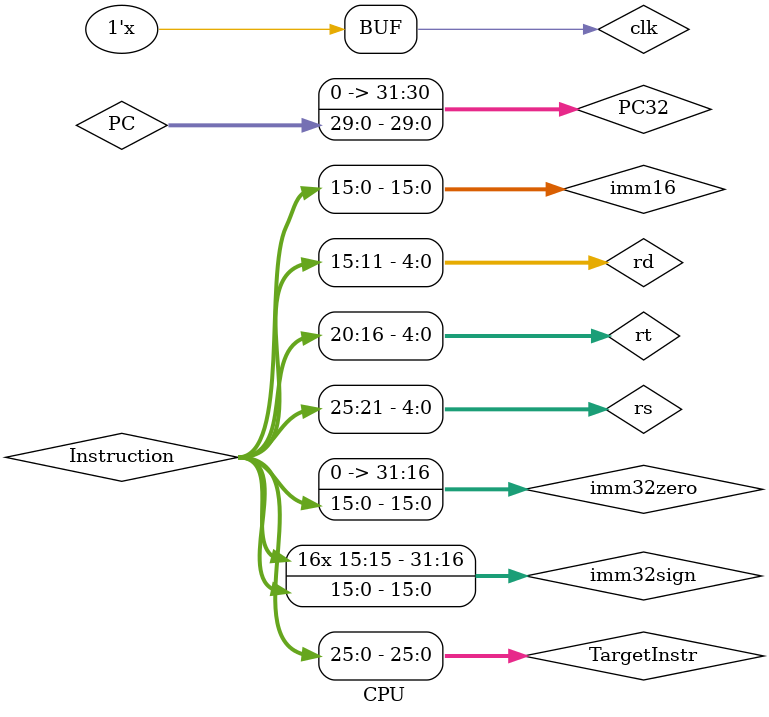
<source format=v>
module CPU;

  // Clock
  reg clk;
  initial clk=1;
  always #100 clk = !clk;

  // Answer
  wire[31:0] answer;

  // Control flags
  wire ExtendMethod, RegWr, Branch, Jump, MemWr, MemToReg, JumpReg, InvZero, DMAddrsrc;
  wire[1:0] ALUsrc, RegDst; 
  wire[2:0] ALUcntrl; 

  // Program Counter
  wire[29:0] PC;
  wire[31:0] PC32;
  assign PC32 = {{2{1'b0}}, PC};

  // Instruction
  wire[31:0] Instruction;

  // Wires
  wire[4:0] rs, rt, rd;
  wire[15:0] imm16;
  wire[31:0] imm32;
  wire[31:0] imm32sign;
  wire[31:0] imm32zero;
  wire[25:0] TargetInstr;
  wire[31:0] ALUout;
  wire ALUzero;
  wire ALUoverflow;
  wire ALUcarryout;
  wire[31:0] ALUopB;
  wire[4:0] Aw;
  wire[31:0] Dw;
  wire[31:0] Da, Db;
  wire[31:0] Dout;
  wire[31:0] DMAddr;

  // Lab buffers
  reg[31:0] PCBuff;
  reg[31:0] ALUoutBuff;
  reg ZBuff;

  // Instruction breakdown
  assign rs = Instruction[25:21];
  assign rt = Instruction[20:16];
  assign rd = Instruction[15:11];
  assign imm16 = Instruction[15:0];
  assign TargetInstr = Instruction[25:0];

  // Extended Immediate
  assign imm32sign = {{16{imm16[15]}}, imm16};  
  assign imm32zero = {{16{1'b0}}, imm16};
  Mux2to1 immExtenderMux (imm32, ExtendMethod, imm32sign, imm32zero);

  // ALU sourceB
  Mux3to1 ALUsrcBMux (ALUopB, ALUsrc, imm32, PCBuff, Db);

  // DataMem Addr
  Mux2to1 DataMemAddrMux (DMAddr, DMAddrsrc, ALUout, ALUoutBuff);

  // Register file write address
  Mux3to1 #(5) AwMux (Aw, RegDst, rt, rd, 5'd31);

  // Register file data input
  Mux2to1 DwMux (Dw, MemToReg, ALUout, Dout);


  regfile RegFile (Da, Db, Dw, rs, rt, Aw, RegWr, clk, answer); 
  ALU ALU (ALUout, ALUcarryout, ALUzero, ALUoverflow, Da, ALUopB, ALUcntrl, clk);
  DataMemory DataMem (clk, MemWr, DMAddr, Db, Dout);
  IFU IFU (clk, Jump, TargetInstr, JumpReg, ALUout, Branch, imm16, ZBuff, InvZero, PC, Instruction);
  InstructionDecoder InstrDec (clk, Instruction, ExtendMethod, RegDst, RegWr, ALUsrc, Branch, Jump, ALUcntrl, MemWr, MemToReg, DMAddrsrc, JumpReg, InvZero);

  always @(posedge clk) begin
    PCBuff <= PC32;
    ALUoutBuff <= ALUout;
    ZBuff <= ALUzero;
  end

endmodule

</source>
